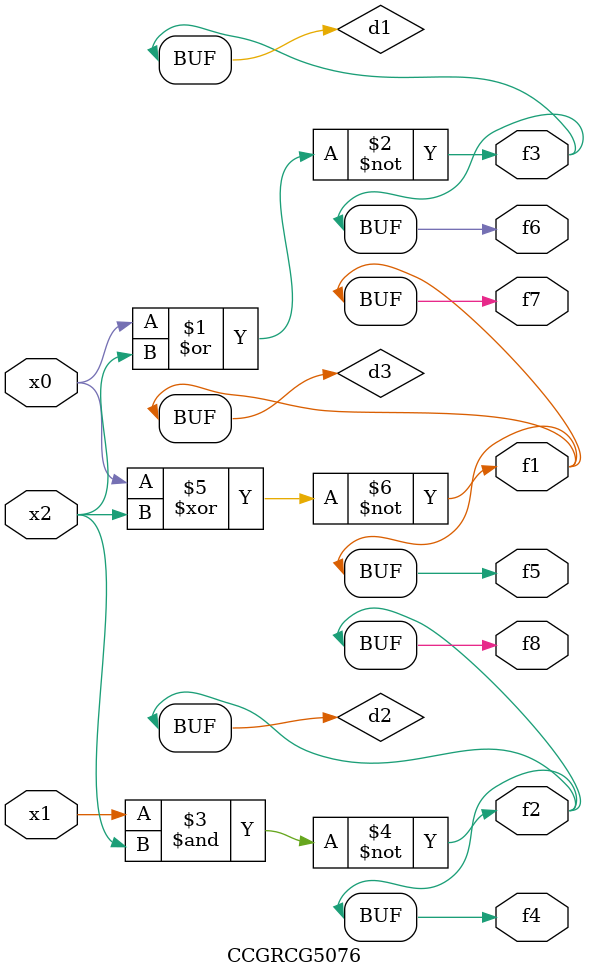
<source format=v>
module CCGRCG5076(
	input x0, x1, x2,
	output f1, f2, f3, f4, f5, f6, f7, f8
);

	wire d1, d2, d3;

	nor (d1, x0, x2);
	nand (d2, x1, x2);
	xnor (d3, x0, x2);
	assign f1 = d3;
	assign f2 = d2;
	assign f3 = d1;
	assign f4 = d2;
	assign f5 = d3;
	assign f6 = d1;
	assign f7 = d3;
	assign f8 = d2;
endmodule

</source>
